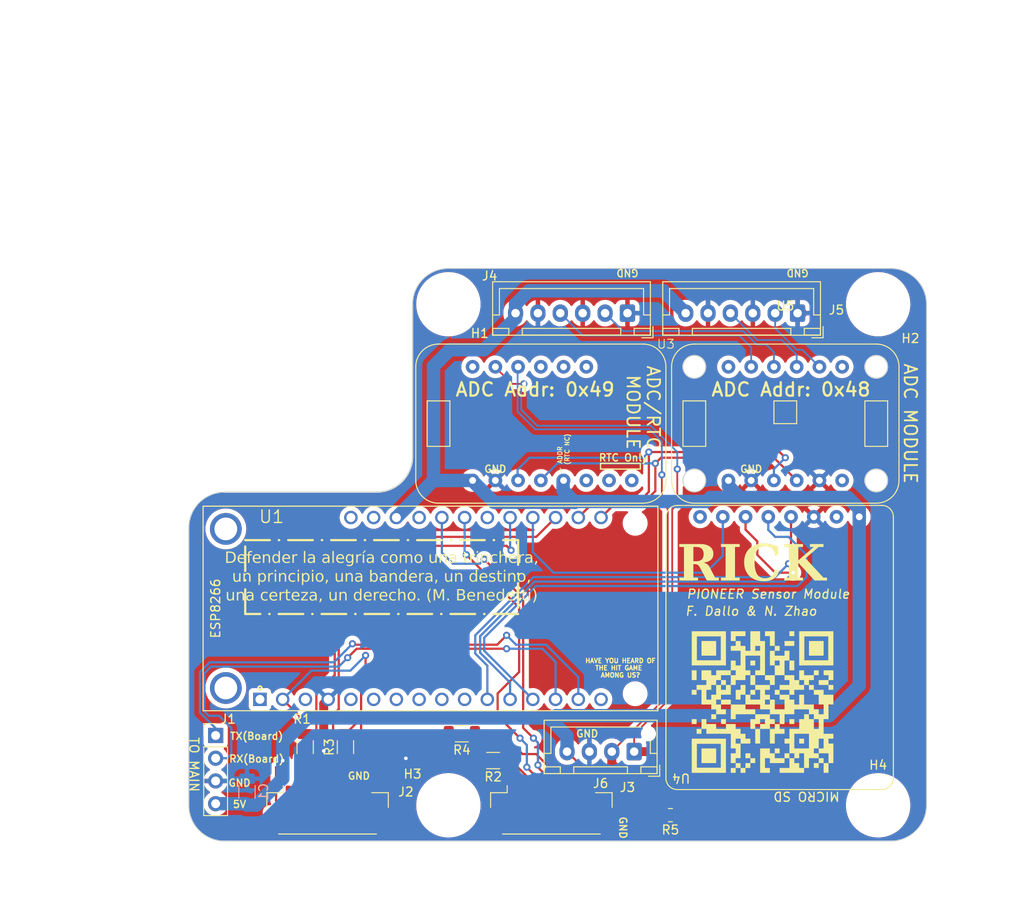
<source format=kicad_pcb>
(kicad_pcb (version 20221018) (generator pcbnew)
  (layers (0 "F.Cu" signal) (31 "B.Cu" signal) (34 "B.Paste" user) (35 "F.Paste" user) (36 "B.SilkS" user "B.Silkscreen") (37 "F.SilkS" user "F.Silkscreen") (38 "B.Mask" user) (39 "F.Mask" user) (44 "Edge.Cuts" user))
  (net 0 "")
  (net 1 "+5V")
  (net 2 "GND")
  (net 3 "/TX")
  (net 4 "/RX")
  (net 7 "/RST_1")
  (net 8 "/VTX_1")
  (net 9 "/VRX_1")
  (net 10 "/SC1")
  (net 13 "/RST_2")
  (net 14 "/SC2")
  (net 15 "/A2N")
  (net 16 "/A2P")
  (net 17 "/A1N")
  (net 18 "/A1P")
  (net 19 "/CS1")
  (net 21 "/A3N")
  (net 22 "/A3P")
  (net 23 "+3V3")
  (net 26 "/SCK")
  (net 27 "/MOSI")
  (net 28 "/MISO")
  (net 35 "/SCL")
  (net 36 "/SDA")
  (net 41 "/VRX_2")
  (net 42 "/VTX_2")
  (footprint "Resistor_SMD:R_1206_3216Metric" (layer "F.Cu") (at 55 131 180)
    (fp_text reference "R2" (at 0 -1.82) (layer "F.SilkS"))
    (fp_text value "R10k")
    (pad "1" smd roundrect (at -1.4625 0 180) (size 1.125 1.75) (layers "F.Cu" "F.Paste" "F.Mask") (roundrect_rratio 0.2222222222) (net 13 "/RST_2"))
    (pad "2" smd roundrect (at 1.4625 0 180) (size 1.125 1.75) (layers "F.Cu" "F.Paste" "F.Mask") (roundrect_rratio 0.2222222222) (net 23 "+3V3"))
  )
  (footprint "Adafruit_Sensors:4Channel ADC Breakout" (layer "F.Cu") (at 87.63 84.455)
    (fp_text reference "U5" (at 0 -4.27 unlocked) (layer "F.SilkS"))
    (fp_text value "4Channel_ADC_Breakout")
    (fp_circle (center -10.16 2.54) (end -10.16 1.27) (stroke (width 0.12)) (fill none) (layer "Edge.Cuts"))
    (fp_circle (center -10.16 15.24) (end -10.16 13.97) (stroke (width 0.12)) (fill none) (layer "Edge.Cuts"))
    (fp_circle (center 10.16 2.54) (end 10.16 3.81) (stroke (width 0.12)) (fill none) (layer "Edge.Cuts"))
    (fp_circle (center 10.16 15.24) (end 10.16 13.97) (stroke (width 0.12)) (fill none) (layer "Edge.Cuts"))
    (pad "A+" thru_hole circle (at -6.35 2.54) (size 1.524 1.524) (drill 0.762) (layers "*.Cu" "*.Mask"))
    (pad "A-" thru_hole circle (at 6.35 2.54) (size 1.524 1.524) (drill 0.762) (layers "*.Cu" "*.Mask"))
    (pad "A0" thru_hole circle (at 3.81 2.54) (size 1.524 1.524) (drill 0.762) (layers "*.Cu" "*.Mask") (net 15 "/A2N"))
    (pad "A1" thru_hole circle (at 1.27 2.54) (size 1.524 1.524) (drill 0.762) (layers "*.Cu" "*.Mask") (net 16 "/A2P"))
    (pad "A2" thru_hole circle (at -1.27 2.54) (size 1.524 1.524) (drill 0.762) (layers "*.Cu" "*.Mask") (net 17 "/A1N"))
    (pad "A3" thru_hole circle (at -3.81 2.54) (size 1.524 1.524) (drill 0.762) (layers "*.Cu" "*.Mask") (net 18 "/A1P"))
    (pad "ADDR" thru_hole circle (at 3.81 15.24) (size 1.524 1.524) (drill 0.762) (layers "*.Cu" "*.Mask") (net 2 "GND"))
    (pad "ALRT" thru_hole circle (at 6.35 15.24) (size 1.524 1.524) (drill 0.762) (layers "*.Cu" "*.Mask"))
    (pad "GND" thru_hole circle (at -3.81 15.24) (size 1.524 1.524) (drill 0.762) (layers "*.Cu" "*.Mask") (net 2 "GND"))
    (pad "SCL" thru_hole circle (at -1.27 15.24) (size 1.524 1.524) (drill 0.762) (layers "*.Cu" "*.Mask") (net 35 "/SCL"))
    (pad "SDA" thru_hole circle (at 1.27 15.24) (size 1.524 1.524) (drill 0.762) (layers "*.Cu" "*.Mask") (net 36 "/SDA"))
    (pad "VIN" thru_hole circle (at -6.35 15.24) (size 1.524 1.524) (drill 0.762) (layers "*.Cu" "*.Mask") (net 1 "+5V"))
  )
  (footprint "Resistor_SMD:R_1206_3216Metric" (layer "F.Cu") (at 38.5 129.5 90)
    (fp_text reference "R3" (at 0 -1.82 90) (layer "F.SilkS"))
    (fp_text value "R10k")
    (pad "1" smd roundrect (at -1.4625 0 90) (size 1.125 1.75) (layers "F.Cu" "F.Paste" "F.Mask") (roundrect_rratio 0.2222222222) (net 10 "/SC1"))
    (pad "2" smd roundrect (at 1.4625 0 90) (size 1.125 1.75) (layers "F.Cu" "F.Paste" "F.Mask") (roundrect_rratio 0.2222222222) (net 23 "+3V3"))
  )
  (footprint "LOGO" (layer "F.Cu") (at 85.09 124.46)
    (fp_text reference "G***" hide)
    (fp_text value "LOGO" hide)
  )
  (footprint "Connector_PinHeader_2.54mm:PinHeader_1x04_P2.54mm_Vertical" (layer "F.Cu") (at 24 128.2)
    (fp_text reference "J1" (at 1.4 -1.835) (layer "F.SilkS"))
    (fp_text value "Controller Connector")
    (pad "1" thru_hole rect (at 0 0) (size 1.7 1.7) (drill 1) (layers "*.Cu" "*.Mask") (net 3 "/TX"))
    (pad "2" thru_hole oval (at 0 2.54) (size 1.7 1.7) (drill 1) (layers "*.Cu" "*.Mask") (net 4 "/RX"))
    (pad "3" thru_hole oval (at 0 5.08) (size 1.7 1.7) (drill 1) (layers "*.Cu" "*.Mask") (net 2 "GND"))
    (pad "4" thru_hole oval (at 0 7.62) (size 1.7 1.7) (drill 1) (layers "*.Cu" "*.Mask") (net 1 "+5V"))
  )
  (footprint "Resistor_SMD:R_0805_2012Metric" (layer "F.Cu") (at 74.8 137.1 180)
    (fp_text reference "R5" (at 0 -1.65) (layer "F.SilkS"))
    (fp_text value "250R")
    (pad "1" smd roundrect (at -0.9125 0 180) (size 1.025 1.4) (layers "F.Cu" "F.Paste" "F.Mask") (roundrect_rratio 0.243902439) (net 22 "/A3P"))
    (pad "2" smd roundrect (at 0.9125 0 180) (size 1.025 1.4) (layers "F.Cu" "F.Paste" "F.Mask") (roundrect_rratio 0.243902439) (net 21 "/A3N"))
  )
  (footprint "Connector_JST:JST_XH_B6B-XH-A_1x06_P2.50mm_Vertical" (layer "F.Cu") (at 70 81 180)
    (fp_text reference "J4" (at 15.39 4.165 180) (layer "F.SilkS"))
    (fp_text value "Conn_01x06")
    (pad "1" thru_hole roundrect (at 0 0 180) (size 1.7 1.95) (drill 0.95) (layers "*.Cu" "*.Mask") (roundrect_rratio 0.147059) (net 2 "GND"))
    (pad "2" thru_hole oval (at 2.5 0 180) (size 1.7 1.95) (drill 0.95) (layers "*.Cu" "*.Mask") (net 17 "/A1N"))
    (pad "3" thru_hole oval (at 5 0 180) (size 1.7 1.95) (drill 0.95) (layers "*.Cu" "*.Mask") (net 2 "GND"))
    (pad "4" thru_hole oval (at 7.5 0 180) (size 1.7 1.95) (drill 0.95) (layers "*.Cu" "*.Mask") (net 18 "/A1P"))
    (pad "5" thru_hole oval (at 10 0 180) (size 1.7 1.95) (drill 0.95) (layers "*.Cu" "*.Mask") (net 2 "GND"))
    (pad "6" thru_hole oval (at 12.5 0 180) (size 1.7 1.95) (drill 0.95) (layers "*.Cu" "*.Mask") (net 1 "+5V"))
  )
  (footprint "MountingHole:MountingHole_3.2mm_M3" (layer "F.Cu") (at 50 136)
    (fp_text reference "H3" (at -4 -3.5) (layer "F.SilkS"))
    (fp_text value "MountingHole_3.2mm_M3")
    (pad "" np_thru_hole circle locked (at 0 0) (size 3.2 3.2) (drill 3.2) (layers "F&B.Cu" "*.Mask") (clearance 2))
  )
  (footprint "Connector_JST:JST_XH_B6B-XH-A_1x06_P2.50mm_Vertical" (layer "F.Cu") (at 89 81 180)
    (fp_text reference "J5" (at -4.345 0.355 180) (layer "F.SilkS"))
    (fp_text value "Conn_01x06")
    (pad "1" thru_hole roundrect (at 0 0 180) (size 1.7 1.95) (drill 0.95) (layers "*.Cu" "*.Mask") (roundrect_rratio 0.147059) (net 2 "GND"))
    (pad "2" thru_hole oval (at 2.5 0 180) (size 1.7 1.95) (drill 0.95) (layers "*.Cu" "*.Mask") (net 15 "/A2N"))
    (pad "3" thru_hole oval (at 5 0 180) (size 1.7 1.95) (drill 0.95) (layers "*.Cu" "*.Mask") (net 2 "GND"))
    (pad "4" thru_hole oval (at 7.5 0 180) (size 1.7 1.95) (drill 0.95) (layers "*.Cu" "*.Mask") (net 16 "/A2P"))
    (pad "5" thru_hole oval (at 10 0 180) (size 1.7 1.95) (drill 0.95) (layers "*.Cu" "*.Mask") (net 2 "GND"))
    (pad "6" thru_hole oval (at 12.5 0 180) (size 1.7 1.95) (drill 0.95) (layers "*.Cu" "*.Mask") (net 1 "+5V"))
  )
  (footprint "Connector_Molex:Molex_CLIK-Mate_502386-0870_1x08-1MP_P1.25mm_Horizontal" (layer "F.Cu") (at 36.5 136.5)
    (fp_text reference "J2" (at 8.75 -2) (layer "F.SilkS"))
    (fp_text value "Conn_01x08")
    (pad "1" smd roundrect (at -4.375 -1.85) (size 0.6 1.7) (layers "F.Cu" "F.Paste" "F.Mask"))
    (pad "2" smd roundrect (at -3.125 -1.85) (size 0.6 1.7) (layers "F.Cu" "F.Paste" "F.Mask"))
    (pad "3" smd roundrect (at -1.875 -1.85) (size 0.6 1.7) (layers "F.Cu" "F.Paste" "F.Mask") (net 7 "/RST_1"))
    (pad "4" smd roundrect (at -0.625 -1.85) (size 0.6 1.7) (layers "F.Cu" "F.Paste" "F.Mask") (net 8 "/VTX_1"))
    (pad "5" smd roundrect (at 0.625 -1.85) (size 0.6 1.7) (layers "F.Cu" "F.Paste" "F.Mask") (net 9 "/VRX_1"))
    (pad "6" smd roundrect (at 1.875 -1.85) (size 0.6 1.7) (layers "F.Cu" "F.Paste" "F.Mask") (net 10 "/SC1"))
    (pad "7" smd roundrect (at 3.125 -1.85) (size 0.6 1.7) (layers "F.Cu" "F.Paste" "F.Mask") (net 2 "GND"))
    (pad "8" smd roundrect (at 4.375 -1.85) (size 0.6 1.7) (layers "F.Cu" "F.Paste" "F.Mask") (net 1 "+5V"))
    (pad "MP" smd roundrect (at -6.225 1.35) (size 1 2.7) (layers "F.Cu" "F.Paste" "F.Mask"))
    (pad "MP" smd roundrect (at 6.225 1.35) (size 1 2.7) (layers "F.Cu" "F.Paste" "F.Mask"))
  )
  (footprint "MountingHole:MountingHole_3.2mm_M3" (layer "F.Cu") (at 98 136)
    (fp_text reference "H4" (at 0 -4.5) (layer "F.SilkS"))
    (fp_text value "MountingHole_3.2mm_M3")
    (pad "" np_thru_hole circle locked (at 0 0) (size 3.2 3.2) (drill 3.2) (layers "F&B.Cu" "*.Mask") (clearance 2))
  )
  (footprint "MountingHole:MountingHole_3.2mm_M3" (layer "F.Cu") (at 98 80)
    (fp_text reference "H2" (at 3.6 3.82) (layer "F.SilkS"))
    (fp_text value "MountingHole_3.2mm_M3")
    (pad "" np_thru_hole circle locked (at 0 0) (size 3.2 3.2) (drill 3.2) (layers "F&B.Cu" "*.Mask") (clearance 2))
  )
  (footprint "Connector_Molex:Molex_CLIK-Mate_502386-0870_1x08-1MP_P1.25mm_Horizontal" (layer "F.Cu") (at 61.5 136.5)
    (fp_text reference "J3" (at 8.5 -2.5) (layer "F.SilkS"))
    (fp_text value "Conn_01x08")
    (pad "1" smd roundrect (at -4.375 -1.85) (size 0.6 1.7) (layers "F.Cu" "F.Paste" "F.Mask"))
    (pad "2" smd roundrect (at -3.125 -1.85) (size 0.6 1.7) (layers "F.Cu" "F.Paste" "F.Mask"))
    (pad "3" smd roundrect (at -1.875 -1.85) (size 0.6 1.7) (layers "F.Cu" "F.Paste" "F.Mask") (net 13 "/RST_2"))
    (pad "4" smd roundrect (at -0.625 -1.85) (size 0.6 1.7) (layers "F.Cu" "F.Paste" "F.Mask") (net 42 "/VTX_2"))
    (pad "5" smd roundrect (at 0.625 -1.85) (size 0.6 1.7) (layers "F.Cu" "F.Paste" "F.Mask") (net 41 "/VRX_2"))
    (pad "6" smd roundrect (at 1.875 -1.85) (size 0.6 1.7) (layers "F.Cu" "F.Paste" "F.Mask") (net 14 "/SC2"))
    (pad "7" smd roundrect (at 3.125 -1.85) (size 0.6 1.7) (layers "F.Cu" "F.Paste" "F.Mask") (net 2 "GND"))
    (pad "8" smd roundrect (at 4.375 -1.85) (size 0.6 1.7) (layers "F.Cu" "F.Paste" "F.Mask") (net 1 "+5V"))
    (pad "MP" smd roundrect (at -6.225 1.35) (size 1 2.7) (layers "F.Cu" "F.Paste" "F.Mask"))
    (pad "MP" smd roundrect (at 6.225 1.35) (size 1 2.7) (layers "F.Cu" "F.Paste" "F.Mask"))
  )
  (footprint "Connector_JST:JST_XH_B4B-XH-AM_1x04_P2.50mm_Vertical" (layer "F.Cu") (at 70.75 130 180)
    (fp_text reference "J6" (at 3.75 -3.55 180) (layer "F.SilkS"))
    (fp_text value "Conn_01x04")
    (pad "" np_thru_hole circle (at -1.6 2 180) (size 1.2 1.2) (drill 1.2) (layers "*.Cu" "*.Mask"))
    (pad "1" thru_hole roundrect (at 0 0 180) (size 1.7 1.95) (drill 0.95) (layers "*.Cu" "*.Mask") (roundrect_rratio 0.147059) (net 22 "/A3P"))
    (pad "2" thru_hole oval (at 2.5 0 180) (size 1.7 1.95) (drill 0.95) (layers "*.Cu" "*.Mask") (net 21 "/A3N"))
    (pad "3" thru_hole oval (at 5 0 180) (size 1.7 1.95) (drill 0.95) (layers "*.Cu" "*.Mask") (net 2 "GND"))
    (pad "4" thru_hole oval (at 7.5 0 180) (size 1.7 1.95) (drill 0.95) (layers "*.Cu" "*.Mask") (net 1 "+5V"))
  )
  (footprint "MountingHole:MountingHole_3.2mm_M3" (layer "F.Cu") (at 50 80)
    (fp_text reference "H1" (at 3.5 3.25) (layer "F.SilkS"))
    (fp_text value "MountingHole_3.2mm_M3")
    (pad "" np_thru_hole circle locked (at 0 0) (size 3.2 3.2) (drill 3.2) (layers "F&B.Cu" "*.Mask") (clearance 2))
  )
  (footprint "Resistor_SMD:R_1206_3216Metric" (layer "F.Cu") (at 34 129.5 90)
    (fp_text reference "R1" (at 3.135 -0.345 180) (layer "F.SilkS"))
    (fp_text value "R10k")
    (pad "1" smd roundrect (at -1.4625 0 90) (size 1.125 1.75) (layers "F.Cu" "F.Paste" "F.Mask") (roundrect_rratio 0.2222222222) (net 7 "/RST_1"))
    (pad "2" smd roundrect (at 1.4625 0 90) (size 1.125 1.75) (layers "F.Cu" "F.Paste" "F.Mask") (roundrect_rratio 0.2222222222) (net 23 "+3V3"))
  )
  (footprint "Adafruit Feather ESP8266:XCVR_Adafruit Feather ESP8266" (layer "F.Cu") (at 48 114)
    (fp_text reference "U1" (at -17.75 -10.25) (layer "F.SilkS") (effects (font (size 1.402945 1.402945))))
    (fp_text value "2821")
    (pad "" np_thru_hole circle (at 22.86 -9.525) (size 2.286 2.286) (drill 2.286) (layers "*.Cu" "*.Mask"))
    (pad "" np_thru_hole circle (at 22.86 9.525) (size 2.286 2.286) (drill 2.286) (layers "*.Cu" "*.Mask"))
    (pad "1" thru_hole rect (at -19.05 10.16) (size 1.508 1.508) (drill 1) (layers "*.Cu" "*.Mask"))
    (pad "2" thru_hole circle (at -16.51 10.16) (size 1.508 1.508) (drill 1) (layers "*.Cu" "*.Mask") (net 23 "+3V3"))
    (pad "3" thru_hole circle (at -13.97 10.16) (size 1.508 1.508) (drill 1) (layers "*.Cu" "*.Mask"))
    (pad "4" thru_hole circle (at -11.43 10.16) (size 1.508 1.508) (drill 1) (layers "*.Cu" "*.Mask") (net 2 "GND"))
    (pad "5" thru_hole circle (at -8.89 10.16) (size 1.508 1.508) (drill 1) (layers "*.Cu" "*.Mask"))
    (pad "6" thru_hole circle (at -6.35 10.16) (size 1.508 1.508) (drill 1) (layers "*.Cu" "*.Mask"))
    (pad "7" thru_hole circle (at -3.81 10.16) (size 1.508 1.508) (drill 1) (layers "*.Cu" "*.Mask"))
    (pad "8" thru_hole circle (at -1.27 10.16) (size 1.508 1.508) (drill 1) (layers "*.Cu" "*.Mask"))
    (pad "9" thru_hole circle (at 1.27 10.16) (size 1.508 1.508) (drill 1) (layers "*.Cu" "*.Mask"))
    (pad "10" thru_hole circle (at 3.81 10.16) (size 1.508 1.508) (drill 1) (layers "*.Cu" "*.Mask"))
    (pad "11" thru_hole circle (at 6.35 10.16) (size 1.508 1.508) (drill 1) (layers "*.Cu" "*.Mask") (net 26 "/SCK"))
    (pad "12" thru_hole circle (at 8.89 10.16) (size 1.508 1.508) (drill 1) (layers "*.Cu" "*.Mask") (net 27 "/MOSI"))
    (pad "13" thru_hole circle (at 11.43 10.16) (size 1.508 1.508) (drill 1) (layers "*.Cu" "*.Mask") (net 28 "/MISO"))
    (pad "14" thru_hole circle (at 13.97 10.16) (size 1.508 1.508) (drill 1) (layers "*.Cu" "*.Mask") (net 4 "/RX"))
    (pad "15" thru_hole circle (at 16.51 10.16) (size 1.508 1.508) (drill 1) (layers "*.Cu" "*.Mask") (net 3 "/TX"))
    (pad "16" thru_hole circle (at 19.05 10.16) (size 1.508 1.508) (drill 1) (layers "*.Cu" "*.Mask"))
    (pad "17" thru_hole circle (at -8.89 -10.16) (size 1.508 1.508) (drill 1) (layers "*.Cu" "*.Mask"))
    (pad "18" thru_hole circle (at -6.35 -10.16) (size 1.508 1.508) (drill 1) (layers "*.Cu" "*.Mask"))
    (pad "19" thru_hole circle (at -3.81 -10.16) (size 1.508 1.508) (drill 1) (layers "*.Cu" "*.Mask") (net 1 "+5V"))
    (pad "20" thru_hole circle (at -1.27 -10.16) (size 1.508 1.508) (drill 1) (layers "*.Cu" "*.Mask"))
    (pad "21" thru_hole circle (at 1.27 -10.16) (size 1.508 1.508) (drill 1) (layers "*.Cu" "*.Mask") (net 41 "/VRX_2"))
    (pad "22" thru_hole circle (at 3.81 -10.16) (size 1.508 1.508) (drill 1) (layers "*.Cu" "*.Mask") (net 42 "/VTX_2"))
    (pad "23" thru_hole circle (at 6.35 -10.16) (size 1.508 1.508) (drill 1) (layers "*.Cu" "*.Mask"))
    (pad "24" thru_hole circle (at 8.89 -10.16) (size 1.508 1.508) (drill 1) (layers "*.Cu" "*.Mask") (net 9 "/VRX_1"))
    (pad "25" thru_hole circle (at 11.43 -10.16) (size 1.508 1.508) (drill 1) (layers "*.Cu" "*.Mask") (net 19 "/CS1"))
    (pad "26" thru_hole circle (at 13.97 -10.16) (size 1.508 1.508) (drill 1) (layers "*.Cu" "*.Mask") (net 8 "/VTX_1"))
    (pad "27" thru_hole circle (at 16.51 -10.16) (size 1.508 1.508) (drill 1) (layers "*.Cu" "*.Mask") (net 35 "/SCL"))
    (pad "28" thru_hole circle (at 19.05 -10.16) (size 1.508 1.508) (drill 1) (layers "*.Cu" "*.Mask") (net 36 "/SDA"))
    (pad "S1" thru_hole circle (at -22.86 8.89) (size 3.556 3.556) (drill 2.54) (layers "*.Cu" "*.Mask"))
    (pad "S2" thru_hole circle (at -22.86 -8.89) (size 3.556 3.556) (drill 2.54) (layers "*.Cu" "*.Mask"))
  )
  (footprint "Adafruit_Sensors:MicroSD_Breakout" (layer "F.Cu") (at 87 139.32 180)
    (fp_text reference "U4" (at 11 6.35 180 unlocked) (layer "F.SilkS"))
    (fp_text value "MicroSD_Breakout")
    (pad "3.3V" thru_hole circle (at -6.35 35.56 180) (size 1.524 1.524) (drill 0.762) (layers "*.Cu" "*.Mask"))
    (pad "5V" thru_hole circle (at -8.89 35.56 180) (size 1.524 1.524) (drill 0.762) (layers "*.Cu" "*.Mask") (net 1 "+5V"))
    (pad "CD" thru_hole circle (at 8.89 35.56 180) (size 1.524 1.524) (drill 0.762) (layers "*.Cu" "*.Mask"))
    (pad "CLK" thru_hole circle (at -1.27 35.56 180) (size 1.524 1.524) (drill 0.762) (layers "*.Cu" "*.Mask") (net 26 "/SCK"))
    (pad "CS" thru_hole circle (at 6.35 35.56 180) (size 1.524 1.524) (drill 0.762) (layers "*.Cu" "*.Mask") (net 19 "/CS1"))
    (pad "DI" thru_hole circle (at 3.81 35.56 180) (size 1.524 1.524) (drill 0.762) (layers "*.Cu" "*.Mask") (net 27 "/MOSI"))
    (pad "DO" thru_hole circle (at 1.27 35.56 180) (size 1.524 1.524) (drill 0.762) (layers "*.Cu" "*.Mask") (net 28 "/MISO"))
    (pad "GND" thru_hole circle (at -3.81 35.56 180) (size 1.524 1.524) (drill 0.762) (layers "*.Cu" "*.Mask") (net 2 "GND"))
  )
  (footprint "Adafruit_Sensors:ADCRTC_Dual" (layer "F.Cu") (at 61.595 99.695)
    (fp_text reference "U3" (at 12.7 -15.24 unlocked) (layer "F.SilkS") (effects (font (thickness 0.1))))
    (fp_text value "~")
    (pad "32K" thru_hole circle (at 3.81 0) (size 1.524 1.524) (drill 0.762) (layers "*.Cu" "*.Mask"))
    (pad "A+" thru_hole circle (at -8.89 -12.7) (size 1.524 1.524) (drill 0.762) (layers "*.Cu" "*.Mask"))
    (pad "A-" thru_hole circle (at 3.81 -12.7) (size 1.524 1.524) (drill 0.762) (layers "*.Cu" "*.Mask"))
    (pad "A0" thru_hole circle (at 1.27 -12.7) (size 1.524 1.524) (drill 0.762) (layers "*.Cu" "*.Mask"))
    (pad "A1" thru_hole circle (at -1.27 -12.7) (size 1.524 1.524) (drill 0.762) (layers "*.Cu" "*.Mask"))
    (pad "A2" thru_hole circle (at -3.81 -12.7) (size 1.524 1.524) (drill 0.762) (layers "*.Cu" "*.Mask") (net 21 "/A3N"))
    (pad "A3" thru_hole circle (at -6.35 -12.7) (size 1.524 1.524) (drill 0.762) (layers "*.Cu" "*.Mask") (net 22 "/A3P"))
    (pad "ADDR" thru_hole circle (at 1.27 0) (size 1.524 1.524) (drill 0.762) (layers "*.Cu" "*.Mask") (net 1 "+5V"))
    (pad "GND" thru_hole circle (at -6.35 0) (size 1.524 1.524) (drill 0.762) (layers "*.Cu" "*.Mask") (net 2 "GND"))
    (pad "RST" thru_hole circle (at 8.89 0) (size 1.524 1.524) (drill 0.762) (layers "*.Cu" "*.Mask"))
    (pad "SCL" thru_hole circle (at -3.81 0) (size 1.524 1.524) (drill 0.762) (layers "*.Cu" "*.Mask") (net 35 "/SCL"))
    (pad "SDA" thru_hole circle (at -1.27 0) (size 1.524 1.524) (drill 0.762) (layers "*.Cu" "*.Mask") (net 36 "/SDA"))
    (pad "SQW" thru_hole circle (at 6.35 0) (size 1.524 1.524) (drill 0.762) (layers "*.Cu" "*.Mask"))
    (pad "VIN" thru_hole circle (at -8.89 0) (size 1.524 1.524) (drill 0.762) (layers "*.Cu" "*.Mask") (net 1 "+5V"))
  )
  (footprint "Resistor_SMD:R_1206_3216Metric" (layer "F.Cu") (at 51.5 128 180)
    (fp_text reference "R4" (at 0 -1.82) (layer "F.SilkS"))
    (fp_text value "R10k")
    (pad "1" smd roundrect (at -1.4625 0 180) (size 1.125 1.75) (layers "F.Cu" "F.Paste" "F.Mask") (roundrect_rratio 0.2222222222) (net 14 "/SC2"))
    (pad "2" smd roundrect (at 1.4625 0 180) (size 1.125 1.75) (layers "F.Cu" "F.Paste" "F.Mask") (roundrect_rratio 0.2222222222) (net 23 "+3V3"))
  )
  (footprint "Capacitor_SMD:C_1206_3216Metric" (layer "B.Cu") (at 27.5 134.5 90)
    (fp_text reference "C1" (at 0 1.85 90) (layer "B.SilkS") (effects (justify mirror)))
    (fp_text value "22uF")
    (pad "1" smd roundrect (at -1.475 0 90) (size 1.15 1.8) (layers "B.Cu" "B.Paste" "B.Mask") (roundrect_rratio 0.2173913043) (net 1 "+5V"))
    (pad "2" smd roundrect (at 1.475 0 90) (size 1.15 1.8) (layers "B.Cu" "B.Paste" "B.Mask") (roundrect_rratio 0.2173913043) (net 2 "GND"))
  )
  (gr_rect (start 66.9925 97.79) (end 71.4375 98.425) (stroke (width 0.15)) (fill none) (layer "F.SilkS"))
  (gr_rect (start 27.305 106.3625) (end 57.785 114.6175) (stroke (width 0.25) (type dash_dot)) (fill none) (layer "F.SilkS"))
  (gr_line (start 46 80) (end 46 97) (stroke (width 0.15)) (layer "Edge.Cuts"))
  (gr_line (start 50 76) (end 99.406573 76) (stroke (width 0.1)) (layer "Edge.Cuts"))
  (gr_arc (start 25 140) (mid 22.171573 138.828427) (end 21 136) (stroke (width 0.1)) (layer "Edge.Cuts"))
  (gr_arc (start 46 97) (mid 44.828427 99.828427) (end 42 101) (stroke (width 0.15)) (layer "Edge.Cuts"))
  (gr_line (start 103.406573 80) (end 103.406573 136) (stroke (width 0.1)) (layer "Edge.Cuts"))
  (gr_line (start 42 101) (end 25 101) (stroke (width 0.15)) (layer "Edge.Cuts"))
  (gr_arc (start 46 80) (mid 47.171573 77.171573) (end 50 76) (stroke (width 0.1)) (layer "Edge.Cuts"))
  (gr_arc (start 21 105) (mid 22.171573 102.171573) (end 25 101) (stroke (width 0.1)) (layer "Edge.Cuts"))
  (gr_line (start 99.406573 140) (end 25 140) (stroke (width 0.1)) (layer "Edge.Cuts"))
  (gr_arc (start 99.406573 76) (mid 102.235 77.171573) (end 103.406573 80) (stroke (width 0.1)) (layer "Edge.Cuts"))
  (gr_line (start 21 136) (end 21 105) (stroke (width 0.1)) (layer "Edge.Cuts"))
  (gr_arc (start 103.406573 136) (mid 102.235 138.828427) (end 99.406573 140) (stroke (width 0.1)) (layer "Edge.Cuts"))
  (gr_text "ADC MODULE" (at 101.6 93.345 270) (layer "F.SilkS") (effects (font (size 1.4 1.4) (thickness 0.2))))
  (gr_text "HAVE YOU HEARD OF\nTHE HIT GAME \nAMONG US?" (at 69.215 120.65) (layer "F.SilkS") (effects (font (size 0.5 0.5) (thickness 0.125))))
  (gr_text "Defender la alegría como una trinchera,\nun principio, una bandera, un destino,\nuna certeza, un derecho. (M. Benedetti)" (at 42.545 110.49) (layer "F.SilkS") (effects (font (size 1.25 1.25) (thickness 0.2))))
  (gr_text "5V" (at 26.67 135.89) (layer "F.SilkS") (effects (font (size 0.8 0.8))))
  (gr_text "RX(Board)" (at 28.575 130.81) (layer "F.SilkS") (effects (font (size 0.8 0.8))))
  (gr_text "F. Dallo & N. Zhao" (at 83.82 114.3) (layer "F.SilkS") (effects (font (size 1 1) (thickness 0.15) italic)))
  (gr_text "- ADDR \n     (RTC NC)" (at 62.865 97.155 90) (layer "F.SilkS") (effects (font (size 0.5 0.5) (thickness 0.1) bold)))
  (gr_text "ADC Addr: 0x48" (at 88.265 89.535) (layer "F.SilkS") (effects (font (size 1.5 1.5) (thickness 0.25) bold)))
  (gr_text "TO MAIN" (at 21.59 131.445 270) (layer "F.SilkS") (effects (font (size 1 1))))
  (gr_text "GND" (at 40.005 132.715) (layer "F.SilkS") (effects (font (size 0.8 0.8))))
  (gr_text "GND" (at 83.82 98.425) (layer "F.SilkS") (effects (font (size 0.8 0.8))))
  (gr_text "ADC/RTC \nMODULE" (at 71.755 92.075 270) (layer "F.SilkS") (effects (font (size 1.4 1.4) (thickness 0.2))))
  (gr_text "GND" (at 70 76.5 180) (layer "F.SilkS") (effects (font (size 0.8 0.8))))
  (gr_text "TX(Board)" (at 28.575 128.27) (layer "F.SilkS") (effects (font (size 0.8 0.8))))
  (gr_text "MICRO SD" (at 90 135 180) (layer "F.SilkS") (effects (font (size 1 1))))
  (gr_text "ESP8266" (at 24 114 90) (layer "F.SilkS") (effects (font (size 1 1))))
  (gr_text "RICK" (at 83.82 109.22) (layer "F.SilkS") (effects (font (size 4 4) (thickness 0.75) bold)))
  (gr_text "GND" (at 55.245 98.425) (layer "F.SilkS") (effects (font (size 0.8 0.8))))
  (gr_text "GND" (at 26.67 133.5) (layer "F.SilkS") (effects (font (size 0.8 0.8))))
  (gr_text "GND" (at 69.5 138.5 270) (layer "F.SilkS") (effects (font (size 0.8 0.8))))
  (gr_text "GND" (at 89 76.5 180) (layer "F.SilkS") (effects (font (size 0.8 0.8))))
  (gr_text "RTC Only" (at 69.5325 97.155) (layer "F.SilkS") (effects (font (size 0.8 0.8))))
  (gr_text "GND" (at 65.5 128) (layer "F.SilkS") (effects (font (size 0.8 0.8))))
  (gr_text "PIONEER Sensor Module" (at 85.725 112.395) (layer "F.SilkS") (effects (font (size 1 1) (thickness 0.15) italic)))
  (gr_text "ADC Addr: 0x49" (at 59.69 89.535) (layer "F.SilkS") (effects (font (size 1.5 1.5) (thickness 0.25) bold)))
  (segment (start 40.875 135.875) (end 39.75 137) (width 0.25) (layer "F.Cu") (net 1))
  (segment (start 40.875 134.65) (end 40.875 135.875) (width 0.25) (layer "F.Cu") (net 1))
  (segment (start 30.75 135.5) (end 30.75 131.75) (width 0.25) (layer "F.Cu") (net 1))
  (segment (start 39.75 137) (end 32.25 137) (width 0.25) (layer "F.Cu") (net 1))
  (segment (start 65.875 132.625) (end 63.25 130) (width 0.25) (layer "F.Cu") (net 1))
  (segment (start 32.25 137) (end 30.75 135.5) (width 0.25) (layer "F.Cu") (net 1))
  (segment (start 30.75 131.75) (end 31.5 131) (width 0.25) (layer "F.Cu") (net 1))
  (segment (start 65.875 134.65) (end 65.875 132.625) (width 0.25) (layer "F.Cu") (net 1))
  (via (at 31.5 131) (size 0.8) (drill 0.4) (layers "F.Cu" "B.Cu") (net 1))
  (segment (start 82.555 101.6) (end 82.55 101.6) (width 1.5) (layer "B.Cu") (net 1))
  (segment (start 28.525 135.975) (end 31.5 133) (width 1.5) (layer "B.Cu") (net 1))
  (segment (start 61.238 126.238) (end 61.5 126.5) (width 1.5) (layer "B.Cu") (net 1))
  (segment (start 81.28 100.33) (end 81.28 99.695) (width 1.5) (layer "B.Cu") (net 1))
  (segment (start 62.81 100.811) (end 62.81 99.695) (width 1.5) (layer "B.Cu") (net 1))
  (segment (start 52.65 99.695) (end 48.335 99.695) (width 1.5) (layer "B.Cu") (net 1))
  (segment (start 62.016 125.984) (end 61.5 126.5) (width 1.5) (layer "B.Cu") (net 1))
  (segment (start 63.25 128.25) (end 63.25 130) (width 1.5) (layer "B.Cu") (net 1))
  (segment (start 95.89 102.875) (end 94.615 101.6) (width 1.5) (layer "B.Cu") (net 1))
  (segment (start 55.091 102.136) (end 52.65 99.695) (width 1.5) (layer "B.Cu") (net 1))
  (segment (start 82.55 101.6) (end 81.28 100.33) (width 1.5) (layer "B.Cu") (net 1))
  (segment (start 34.262 126.238) (end 61.238 126.238) (width 1.5) (layer "B.Cu") (net 1))
  (segment (start 48.335 99.695) (end 48.335 86.92) (width 1.5) (layer "B.Cu") (net 1))
  (segment (start 57.5 80) (end 57.5 81) (width 1.5) (layer "B.Cu") (net 1))
  (segment (start 64.135 102.136) (end 55.091 102.136) (width 1.5) (layer "B.Cu") (net 1))
  (segment (start 95.89 122.61) (end 92.516 125.984) (width 1.5) (layer "B.Cu") (net 1))
  (segment (start 27.5 135.975) (end 28.525 135.975) (width 1.5) (layer "B.Cu") (net 1))
  (segment (start 78.819134 102.048) (end 64.223 102.048) (width 1.5) (layer "B.Cu") (net 1))
  (segment (start 53.975 85.09) (end 57.5 81.565) (width 1.5) (layer "B.Cu") (net 1))
  (segment (start 50.165 85.09) (end 53.975 85.09) (width 1.5) (layer "B.Cu") (net 1))
  (segment (start 48.335 99.695) (end 44.19 103.84) (width 1.5) (layer "B.Cu") (net 1))
  (segment (start 94.615 101.6) (end 82.555 101.6) (width 1.5) (layer "B.Cu") (net 1))
  (segment (start 82.555 101.6) (end 79.267134 101.6) (width 1.5) (layer "B.Cu") (net 1))
  (segment (start 31.5 133) (end 31.5 129) (width 1.5) (layer "B.Cu") (net 1))
  (segment (start 95.89 103.76) (end 95.89 102.875) (width 1.5) (layer "B.Cu") (net 1))
  (segment (start 64.223 102.048) (end 64.135 102.136) (width 1.5) (layer "B.Cu") (net 1))
  (segment (start 27.345 135.82) (end 27.5 135.975) (width 1.5) (layer "B.Cu") (net 1))
  (segment (start 24 135.82) (end 27.345 135.82) (width 1.5) (layer "B.Cu") (net 1))
  (segment (start 31.5 129) (end 34.262 126.238) (width 1.5) (layer "B.Cu") (net 1))
  (segment (start 57.5 81.565) (end 57.5 81) (width 1.5) (layer "B.Cu") (net 1))
  (segment (start 79.267134 101.6) (end 78.819134 102.048) (width 1.5) (layer "B.Cu") (net 1))
  (segment (start 95.89 103.76) (end 95.89 122.61) (width 1.5) (layer "B.Cu") (net 1))
  (segment (start 74 78.5) (end 59 78.5) (width 1.5) (layer "B.Cu") (net 1))
  (segment (start 48.335 86.92) (end 50.165 85.09) (width 1.5) (layer "B.Cu") (net 1))
  (segment (start 64.135 102.136) (end 62.81 100.811) (width 1.5) (layer "B.Cu") (net 1))
  (segment (start 92.516 125.984) (end 62.016 125.984) (width 1.5) (layer "B.Cu") (net 1))
  (segment (start 61.5 126.5) (end 63.25 128.25) (width 1.5) (layer "B.Cu") (net 1))
  (segment (start 76.5 81) (end 74 78.5) (width 1.5) (layer "B.Cu") (net 1))
  (segment (start 59 78.5) (end 57.5 80) (width 1.5) (layer "B.Cu") (net 1))
  (segment (start 36.57 124.16) (end 36.075 124.655) (width 1) (layer "F.Cu") (net 2))
  (segment (start 89 81) (end 89.255 81) (width 1.5) (layer "F.Cu") (net 2))
  (segment (start 45.25 130.75) (end 41.75 130.75) (width 0.25) (layer "F.Cu") (net 2))
  (segment (start 41.75 130.75) (end 39.625 132.875) (width 0.25) (layer "F.Cu") (net 2))
  (segment (start 36.075 124.655) (end 36.075 129.925) (width 1) (layer "F.Cu") (net 2))
  (segment (start 39.625 132.875) (end 39.625 134.65) (width 0.25) (layer "F.Cu") (net 2))
  (via (at 45.25 130.75) (size 0.8) (drill 0.4) (layers "F.Cu" "B.Cu") (net 2))
  (via (at 36.075 129.925) (size 0.8) (drill 0.4) (layers "F.Cu" "B.Cu") (net 2))
  (segment (start 36.075 129.925) (end 44.425 129.925) (width 1) (layer "B.Cu") (net 2))
  (segment (start 44.425 129.925) (end 45.25 130.75) (width 1) (layer "B.Cu") (net 2))
  (segment (start 55.45 118.05) (end 56.5 117) (width 0.25) (layer "F.Cu") (net 3))
  (segment (start 39.386106 118.05) (end 55.45 118.05) (width 0.25) (layer "F.Cu") (net 3))
  (segment (start 39.282566 117.94646) (end 39.386106 118.05) (width 0.25) (layer "F.Cu") (net 3))
  (via (at 39.282566 117.94646) (size 0.8) (drill 0.4) (layers "F.Cu" "B.Cu") (net 3))
  (via (at 56.5 117) (size 0.8) (drill 0.4) (layers "F.Cu" "B.Cu") (net 3))
  (segment (start 23.348604 120.015) (end 22.25 121.113604) (width 0.25) (layer "B.Cu") (net 3))
  (segment (start 38.449695 118.775) (end 38.025 119.199695) (width 0.25) (layer "B.Cu") (net 3))
  (segment (start 57.55 118.05) (end 56.5 117) (width 0.25) (layer "B.Cu") (net 3))
  (segment (start 39.282566 117.94646) (end 38.454026 118.775) (width 0.25) (layer "B.Cu") (net 3))
  (segment (start 64.51 124.16) (end 64.51 121.66) (width 0.25) (layer "B.Cu") (net 3))
  (segment (start 38.025 119.199695) (end 38.025 119.204026) (width 0.25) (layer "B.Cu") (net 3))
  (segment (start 24 127.388896) (end 24 128.2) (width 0.25) (layer "B.Cu") (net 3))
  (segment (start 22.25 125.638896) (end 24 127.388896) (width 0.25) (layer "B.Cu") (net 3))
  (segment (start 38.025 119.204026) (end 37.214026 120.015) (width 0.25) (layer "B.Cu") (net 3))
  (segment (start 60.9 118.05) (end 57.55 118.05) (width 0.25) (layer "B.Cu") (net 3))
  (segment (start 64.51 121.66) (end 60.9 118.05) (width 0.25) (layer "B.Cu") (net 3))
  (segment (start 22.25 121.113604) (end 22.25 125.638896) (width 0.25) (layer "B.Cu") (net 3))
  (segment (start 38.454026 118.775) (end 38.449695 118.775) (width 0.25) (layer "B.Cu") (net 3))
  (segment (start 37.214026 120.015) (end 23.348604 120.015) (width 0.25) (layer "B.Cu") (net 3))
  (segment (start 56.5 118.5) (end 39.75 118.5) (width 0.25) (layer "F.Cu") (net 4))
  (segment (start 39.75 118.5) (end 38.75 119.5) (width 0.25) (layer "F.Cu") (net 4))
  (via (at 38.75 119.5) (size 0.8) (drill 0.4) (layers "F.Cu" "B.Cu") (net 4))
  (via (at 56.5 118.5) (size 0.8) (drill 0.4) (layers "F.Cu" "B.Cu") (net 4))
  (segment (start 23.5 120.5) (end 22.75 121.25) (width 0.25) (layer "B.Cu") (net 4))
  (segment (start 38.75 119.5) (end 37.75 120.5) (width 0.25) (layer "B.Cu") (net 4))
  (segment (start 25.75 130.25) (end 25.26 130.74) (width 0.25) (layer "B.Cu") (net 4))
  (segment (start 61.97 119.97) (end 60.5 118.5) (width 0.25) (layer "B.Cu") (net 4))
  (segment (start 25.75 127.35) (end 25.75 130.25) (width 0.25) (layer "B.Cu") (net 4))
  (segment (start 23.2475 126) (end 24.4 126) (width 0.25) (layer "B.Cu") (net 4))
  (segment (start 25.26 130.74) (end 24 130.74) (width 0.25) (layer "B.Cu") (net 4))
  (segment (start 22.75 121.25) (end 22.75 125.5025) (width 0.25) (layer "B.Cu") (net 4))
  (segment (start 22.75 125.5025) (end 23.2475 126) (width 0.25) (layer "B.Cu") (net 4))
  (segment (start 24.4 126) (end 25.75 127.35) (width 0.25) (layer "B.Cu") (net 4))
  (segment (start 61.97 124.16) (end 61.97 119.97) (width 0.25) (layer "B.Cu") (net 4))
  (segment (start 60.5 118.5) (end 56.5 118.5) (width 0.25) (layer "B.Cu") (net 4))
  (segment (start 37.75 120.5) (end 23.5 120.5) (width 0.25) (layer "B.Cu") (net 4))
  (segment (start 34.625 131.5875) (end 34 130.9625) (width 0.25) (layer "F.Cu") (net 7))
  (segment (start 34.625 134.65) (end 34.625 131.5875) (width 0.25) (layer "F.Cu") (net 7))
  (segment (start 35.875 131.74) (end 35.25 131.115) (width 0.25) (layer "F.Cu") (net 8))
  (segment (start 35.25 123.5) (end 37.3 121.45) (width 0.25) (layer "F.Cu") (net 8))
  (segment (start 37.3 107.7) (end 39 106) (width 0.25) (layer "F.Cu") (net 8))
  (segment (start 59.81 106) (end 61.97 103.84) (width 0.25) (layer "F.Cu") (net 8))
  (segment (start 35.25 131.115) (end 35.25 123.5) (width 0.25) (layer "F.Cu") (net 8))
  (segment (start 35.875 134.65) (end 35.875 131.74) (width 0.25) (layer "F.Cu") (net 8))
  (segment (start 37.3 121.45) (end 37.3 107.7) (width 0.25) (layer "F.Cu") (net 8))
  (segment (start 39 106) (end 59.81 106) (width 0.25) (layer "F.Cu") (net 8))
  (segment (start 37.75 109.75) (end 40.5 107) (width 0.25) (layer "F.Cu") (net 9))
  (segment (start 40.5 107) (end 56.5 107) (width 0.25) (layer "F.Cu") (net 9))
  (segment (start 37.75 125.25) (end 37.75 109.75) (width 0.25) (layer "F.Cu") (net 9))
  (segment (start 56.5 107) (end 57 107.5) (width 0.25) (layer "F.Cu") (net 9))
  (segment (start 37.125 134.65) (end 37.125 125.875) (width 0.25) (layer "F.Cu") (net 9))
  (segment (start 37.125 125.875) (end 37.75 125.25) (width 0.25) (layer "F.Cu") (net 9))
  (via (at 57 107.5) (size 0.8) (drill 0.4) (layers "F.Cu" "B.Cu") (net 9))
  (segment (start 57 107.5) (end 56.89 107.39) (width 0.25) (layer "B.Cu") (net 9))
  (segment (start 56.89 107.39) (end 56.89 103.84) (width 0.25) (layer "B.Cu") (net 9))
  (segment (start 38.375 134.65) (end 38.375 131.0875) (width 0.25) (layer "F.Cu") (net 10))
  (segment (start 38.375 131.0875) (end 38.5 130.9625) (width 0.25) (layer "F.Cu") (net 10))
  (segment (start 59.625 134.65) (end 59.625 133.625) (width 0.25) (layer "F.Cu") (net 13))
  (segment (start 57 131) (end 56.4625 131) (width 0.25) (layer "F.Cu") (net 13))
  (segment (start 59.625 133.625) (end 57 131) (width 0.25) (layer "F.Cu") (net 13))
  (segment (start 63.375 133.86) (end 63.375 134.65) (width 0.25) (layer "F.Cu") (net 14))
  (segment (start 53.4625 128.5) (end 56.5 128.5) (width 0.25) (layer "F.Cu") (net 14))
  (segment (start 60.725 131.199695) (end 60.725 131.21) (width 0.25) (layer "F.Cu") (net 14))
  (segment (start 56.5 128.5) (end 58.275 130.275) (width 0.25) (layer "F.Cu") (net 14))
  (segment (start 58.275 130.275) (end 59.800305 130.275) (width 0.25) (layer "F.Cu") (net 14))
  (segment (start 52.9625 128) (end 53.4625 128.5) (width 0.25) (layer "F.Cu") (net 14))
  (segment (start 60.725 131.21) (end 63.375 133.86) (width 0.25) (layer "F.Cu") (net 14))
  (segment (start 59.800305 130.275) (end 60.725 131.199695) (width 0.25) (layer "F.Cu") (net 14))
  (segment (start 86.5 81) (end 86.5 82.69) (width 0.2) (layer "B.Cu") (net 15))
  (segment (start 86.5 82.69) (end 88.9 85.09) (width 0.2) (layer "B.Cu") (net 15))
  (segment (start 88.9 85.09) (end 89.535 85.09) (width 0.2) (layer "B.Cu") (net 15))
  (segment (start 89.535 85.09) (end 91.44 86.995) (width 0.2) (layer "B.Cu") (net 15))
  (segment (start 81.5 81) (end 84.5 84) (width 0.2) (layer "B.Cu") (net 16))
  (segment (start 88.9 85.655686) (end 88.9 86.995) (width 0.2) (layer "B.Cu") (net 16))
  (segment (start 84.5 84) (end 87.244314 84) (width 0.2) (layer "B.Cu") (net 16))
  (segment (start 87.244314 84) (end 88.9 85.655686) (width 0.2) (layer "B.Cu") (net 16))
  (segment (start 86.36 85.36) (end 86.36 86.995) (width 0.2) (layer "B.Cu") (net 17))
  (segment (start 69.5 83) (end 82.934314 83) (width 0.2) (layer "B.Cu") (net 17))
  (segment (start 84.434314 84.5) (end 85.5 84.5) (width 0.2) (layer "B.Cu") (net 17))
  (segment (start 82.934314 83) (end 84.434314 84.5) (width 0.2) (layer "B.Cu") (net 17))
  (segment (start 85.5 84.5) (end 86.36 85.36) (width 0.2) (layer "B.Cu") (net 17))
  (segment (start 67.5 81) (end 69.5 83) (width 0.2) (layer "B.Cu") (net 17))
  (segment (start 62.5 81) (end 65 83.5) (width 0.2) (layer "B.Cu") (net 18))
  (segment (start 83.82 84.82) (end 83.82 86.995) (width 0.2) (layer "B.Cu") (net 18))
  (segment (start 65 83.5) (end 82.5 83.5) (width 0.2) (layer "B.Cu") (net 18))
  (segment (start 82.5 83.5) (end 83.82 84.82) (width 0.2) (layer "B.Cu") (net 18))
  (segment (start 59.43 107.69) (end 59.43 103.84) (width 0.25) (layer "B.Cu") (net 19))
  (segment (start 80.65 108.1) (end 78.75 110) (width 0.25) (layer "B.Cu") (net 19))
  (segment (start 61.74 110) (end 59.43 107.69) (width 0.25) (layer "B.Cu") (net 19))
  (segment (start 80.65 103.76) (end 80.65 108.1) (width 0.25) (layer "B.Cu") (net 19))
  (segment (start 78.75 110) (end 61.74 110) (width 0.25) (layer "B.Cu") (net 19))
  (segment (start 73.839 102.207628) (end 74.5 102.868628) (width 0.2) (layer "F.Cu") (net 21))
  (segment (start 73.8875 137.1) (end 73.8875 136.9875) (width 1) (layer "F.Cu") (net 21))
  (segment (start 73.839 99.06) (end 73.839 102.207628) (width 0.2) (layer "F.Cu") (net 21))
  (segment (start 74.5 102.868628) (end 74.5 123.75) (width 0.2) (layer "F.Cu") (net 21))
  (segment (start 68.25 131.35) (end 68.25 130) (width 1) (layer "F.Cu") (net 21))
  (segment (start 73.8875 136.9875) (end 68.25 131.35) (width 1) (layer "F.Cu") (net 21))
  (segment (start 74.5 123.75) (end 68.25 130) (width 0.2) (layer "F.Cu") (net 21))
  (via (at 73.839 99.06) (size 0.8) (drill 0.4) (layers "F.Cu" "B.Cu") (net 21))
  (segment (start 73.839 99.06) (end 73.839 95.359686) (width 0.2) (layer "B.Cu") (net 21))
  (segment (start 73.839 95.359686) (end 72.459314 93.98) (width 0.2) (layer "B.Cu") (net 21))
  (segment (start 59.69 93.98) (end 57.73 92.02) (width 0.2) (layer "B.Cu") (net 21))
  (segment (start 72.459314 93.98) (end 59.69 93.98) (width 0.2) (layer "B.Cu") (net 21))
  (segment (start 57.73 92.02) (end 57.73 86.995) (width 0.2) (layer "B.Cu") (net 21))
  (segment (start 58.4295 88.9) (end 57.095 88.9) (width 0.2) (layer "F.Cu") (net 22))
  (segment (start 57.095 88.9) (end 55.19 86.995) (width 0.2) (layer "F.Cu") (net 22))
  (segment (start 73.1 130) (end 70.75 130) (width 1) (layer "F.Cu") (net 22))
  (segment (start 75 102.934314) (end 75 123.815686) (width 0.2) (layer "F.Cu") (net 22))
  (segment (start 70.75 128.065686) (end 70.75 130) (width 0.2) (layer "F.Cu") (net 22))
  (segment (start 75.7125 137.1) (end 75.7125 132.6125) (width 1) (layer "F.Cu") (net 22))
  (segment (start 75.565 98.425) (end 75.565 102.369314) (width 0.2) (layer "F.Cu") (net 22))
  (segment (start 75 123.815686) (end 70.75 128.065686) (width 0.2) (layer "F.Cu") (net 22))
  (segment (start 75.7125 132.6125) (end 73.1 130) (width 1) (layer "F.Cu") (net 22))
  (segment (start 75.565 102.369314) (end 75 102.934314) (width 0.2) (layer "F.Cu") (net 22))
  (via (at 75.565 98.425) (size 0.8) (drill 0.4) (layers "F.Cu" "B.Cu") (net 22))
  (via (at 58.4295 88.9) (size 0.8) (drill 0.4) (layers "F.Cu" "B.Cu") (net 22))
  (segment (start 58.13 91.785) (end 58.13 89.1995) (width 0.2) (layer "B.Cu") (net 22))
  (segment (start 72.625 93.58) (end 59.925 93.58) (width 0.2) (layer "B.Cu") (net 22))
  (segment (start 58.13 89.1995) (end 58.4295 88.9) (width 0.2) (layer "B.Cu") (net 22))
  (segment (start 75.565 96.52) (end 72.625 93.58) (width 0.2) (layer "B.Cu") (net 22))
  (segment (start 75.565 98.425) (end 75.565 96.52) (width 0.2) (layer "B.Cu") (net 22))
  (segment (start 59.925 93.58) (end 58.13 91.785) (width 0.2) (layer "B.Cu") (net 22))
  (segment (start 34 128.0375) (end 34 126.67) (width 0.25) (layer "F.Cu") (net 23))
  (segment (start 40.25 122.75) (end 40.25 126.2875) (width 0.25) (layer "F.Cu") (net 23))
  (segment (start 38.5 128.0375) (end 40.25 126.2875) (width 0.25) (layer "F.Cu") (net 23))
  (segment (start 48.5375 129.5) (end 42 129.5) (width 0.25) (layer "F.Cu") (net 23))
  (segment (start 42 129.5) (end 40.25 127.75) (width 0.25) (layer "F.Cu") (net 23))
  (segment (start 53.5375 131) (end 53.0375 131) (width 0.25) (layer "F.Cu") (net 23))
  (segment (start 53.0375 131) (end 50.0375 128) (width 0.25) (layer "F.Cu") (net 23))
  (segment (start 40.75 122.25) (end 40.25 122.75) (width 0.25) (layer "F.Cu") (net 23))
  (segment (start 40.75 119.25) (end 40.75 122.25) (width 0.25) (layer "F.Cu") (net 23))
  (segment (start 40.25 127.75) (end 40.25 126.2875) (width 0.25) (layer "F.Cu") (net 23))
  (segment (start 34 126.67) (end 31.49 124.16) (width 0.25) (layer "F.Cu") (net 23))
  (segment (start 50.0375 128) (end 48.5375 129.5) (width 0.25) (layer "F.Cu") (net 23))
  (via (at 40.75 119.25) (size 0.8) (drill 0.4) (layers "F.Cu" "B.Cu") (net 23))
  (segment (start 40.75 119.25) (end 39.05 120.95) (width 0.25) (layer "B.Cu") (net 23))
  (segment (start 34.7 120.95) (end 31.49 124.16) (width 0.25) (layer "B.Cu") (net 23))
  (segment (start 39.05 120.95) (end 34.7 120.95) (width 0.25) (layer "B.Cu") (net 23))
  (segment (start 88.27 108.73) (end 88.27 103.76) (width 0.25) (layer "F.Cu") (net 26))
  (segment (start 88 109) (end 88.27 108.73) (width 0.25) (layer "F.Cu") (net 26))
  (via (at 88 109) (size 0.8) (drill 0.4) (layers "F.Cu" "B.Cu") (net 26))
  (segment (start 53 117) (end 59.5 110.5) (width 0.25) (layer "B.Cu") (net 26))
  (segment (start 54.35 120.391396) (end 53 119.041396) (width 0.25) (layer "B.Cu") (net 26))
  (segment (start 59.5 110.5) (end 86.5 110.5) (width 0.25) (layer "B.Cu") (net 26))
  (segment (start 54.35 124.16) (end 54.35 120.391396) (width 0.25) (layer "B.Cu") (net 26))
  (segment (start 86.5 110.5) (end 88 109) (width 0.25) (layer "B.Cu") (net 26))
  (segment (start 53 119.041396) (end 53 117) (width 0.25) (layer "B.Cu") (net 26))
  (segment (start 83.19 105.19) (end 83.19 103.76) (width 0.25) (layer "F.Cu") (net 27))
  (segment (start 88.5 110) (end 86.5 110) (width 0.25) (layer "F.Cu") (net 27))
  (segment (start 86.5 110) (end 84.5 108) (width 0.25) (layer "F.Cu") (net 27))
  (segment (start 84.5 108) (end 84.5 106.5) (width 0.25) (layer "F.Cu") (net 27))
  (segment (start 84.5 106.5) (end 83.19 105.19) (width 0.25) (layer "F.Cu") (net 27))
  (via (at 88.5 110) (size 0.8) (drill 0.4) (layers "F.Cu" "B.Cu") (net 27))
  (segment (start 53.55 117.086396) (end 59.636396 111) (width 0.25) (layer "B.Cu") (net 27))
  (segment (start 53.55 118.955) (end 53.55 117.086396) (width 0.25) (layer "B.Cu") (net 27))
  (segment (start 59.636396 111) (end 87.5 111) (width 0.25) (layer "B.Cu") (net 27))
  (segment (start 87.5 111) (end 88.5 110) (width 0.25) (layer "B.Cu") (net 27))
  (segment (start 56.89 122.295) (end 53.55 118.955) (width 0.25) (layer "B.Cu") (net 27))
  (segment (start 56.89 124.16) (end 56.89 122.295) (width 0.25) (layer "B.Cu") (net 27))
  (segment (start 59.772792 111.5) (end 89 111.5) (width 0.25) (layer "B.Cu") (net 28))
  (segment (start 88 106) (end 86.5 106) (width 0.25) (layer "B.Cu") (net 28))
  (segment (start 85.73 105.23) (end 85.73 103.76) (width 0.25) (layer "B.Cu") (net 28))
  (segment (start 89 111.5) (end 90 110.5) (width 0.25) (layer "B.Cu") (net 28))
  (segment (start 54 118.73) (end 54 117.272792) (width 0.25) (layer "B.Cu") (net 28))
  (segment (start 90 110.5) (end 90 108) (width 0.25) (layer "B.Cu") (net 28))
  (segment (start 59.43 124.16) (end 54 118.73) (width 0.25) (layer "B.Cu") (net 28))
  (segment (start 86.5 106) (end 85.73 105.23) (width 0.25) (layer "B.Cu") (net 28))
  (segment (start 54 117.272792) (end 59.772792 111.5) (width 0.25) (layer "B.Cu") (net 28))
  (segment (start 90 108) (end 88 106) (width 0.25) (layer "B.Cu") (net 28))
  (segment (start 72.39 96.52) (end 72.39 100.963604) (width 0.25) (layer "F.Cu") (net 35))
  (segment (start 72.39 100.963604) (end 71.353604 102) (width 0.25) (layer "F.Cu") (net 35))
  (segment (start 86.995 96.52) (end 87.63 97.155) (width 0.25) (layer "F.Cu") (net 35))
  (segment (start 72.39 96.52) (end 86.995 96.52) (width 0.25) (layer "F.Cu") (net 35))
  (segment (start 71.353604 102) (end 66.35 102) (width 0.25) (layer "F.Cu") (net 35))
  (segment (start 66.35 102) (end 64.51 103.84) (width 0.25) (layer "F.Cu") (net 35))
  (via (at 72.39 96.52) (size 0.8) (drill 0.4) (layers "F.Cu" "B.Cu") (net 35))
  (via (at 87.63 97.155) (size 0.8) (drill 0.4) (layers "F.Cu" "B.Cu") (net 35))
  (segment (start 87.63 97.155) (end 86.36 98.425) (width 0.25) (layer "B.Cu") (net 35))
  (segment (start 86.36 98.425) (end 86.36 99.695) (width 0.25) (layer "B.Cu") (net 35))
  (segment (start 71.755 97.155) (end 59.055 97.155) (width 0.25) (layer "B.Cu") (net 35))
  (segment (start 72.39 96.52) (end 71.755 97.155) (width 0.25) (layer "B.Cu") (net 35))
  (segment (start 57.73 98.48) (end 57.73 99.695) (width 0.25) (layer "B.Cu") (net 35))
  (segment (start 59.055 97.155) (end 57.73 98.48) (width 0.25) (layer "B.Cu") (net 35))
  (segment (start 73.7495 97.155) (end 86.36 97.155) (width 0.25) (layer "F.Cu") (net 36))
  (segment (start 68.39 102.5) (end 67.05 103.84) (width 0.25) (layer "F.Cu") (net 36))
  (segment (start 73.1145 97.79) (end 73.7495 97.155) (width 0.25) (layer "F.Cu") (net 36))
  (segment (start 73.1145 100.8755) (end 71.49 102.5) (width 0.25) (layer "F.Cu") (net 36))
  (segment (start 86.36 97.155) (end 88.9 99.695) (width 0.25) (layer "F.Cu") (net 36))
  (segment (start 73.1145 97.79) (end 73.1145 100.8755) (width 0.25) (layer "F.Cu") (net 36))
  (segment (start 71.49 102.5) (end 68.39 102.5) (width 0.25) (layer "F.Cu") (net 36))
  (via (at 73.1145 97.79) (size 0.8) (drill 0.4) (layers "F.Cu" "B.Cu") (net 36))
  (segment (start 73.1145 97.79) (end 62.175 97.79) (width 0.25) (layer "B.Cu") (net 36))
  (segment (start 62.175 97.79) (end 60.27 99.695) (width 0.25) (layer "B.Cu") (net 36))
  (segment (start 60 131.5) (end 60 131.755) (width 0.25) (layer "F.Cu") (net 41))
  (segment (start 58.351 127.351) (end 58.351 112.851) (width 0.25) (layer "F.Cu") (net 41))
  (segment (start 59.5 128.5) (end 58.351 127.351) (width 0.25) (layer "F.Cu") (net 41))
  (segment (start 60 131.755) (end 62.125 133.88) (width 0.25) (layer "F.Cu") (net 41))
  (segment (start 62.125 133.88) (end 62.125 134.65) (width 0.25) (layer "F.Cu") (net 41))
  (segment (start 58.351 112.851) (end 54 108.5) (width 0.25) (layer "F.Cu") (net 41))
  (via (at 60 131.5) (size 0.8) (drill 0.4) (layers "F.Cu" "B.Cu") (net 41))
  (via (at 54 108.5) (size 0.8) (drill 0.4) (layers "F.Cu" "B.Cu") (net 41))
  (via (at 59.5 128.5) (size 0.8) (drill 0.4) (layers "F.Cu" "B.Cu") (net 41))
  (segment (start 49.27 107.77) (end 49.27 103.84) (width 0.25) (layer "B.Cu") (net 41))
  (segment (start 50.5 109) (end 49.27 107.77) (width 0.25) (layer "B.Cu") (net 41))
  (segment (start 60 129) (end 59.5 128.5) (width 0.25) (layer "B.Cu") (net 41))
  (segment (start 53.5 109) (end 50.5 109) (width 0.25) (layer "B.Cu") (net 41))
  (segment (start 54 108.5) (end 53.5 109) (width 0.25) (layer "B.Cu") (net 41))
  (segment (start 60 131.5) (end 60 129) (width 0.25) (layer "B.Cu") (net 41))
  (segment (start 60.875 133.875) (end 60.875 134.65) (width 0.25) (layer "F.Cu") (net 42))
  (segment (start 55.5 126) (end 55.5 123.5) (width 0.25) (layer "F.Cu") (net 42))
  (segment (start 58.762299 131.762299) (end 60.875 133.875) (width 0.25) (layer "F.Cu") (net 42))
  (segment (start 58.762299 131.737701) (end 58.762299 131.762299) (width 0.25) (layer "F.Cu") (net 42))
  (segment (start 57.901 113.901) (end 52 108) (width 0.25) (layer "F.Cu") (net 42))
  (segment (start 55.5 123.5) (end 57.901 121.099) (width 0.25) (layer "F.Cu") (net 42))
  (segment (start 57.901 121.099) (end 57.901 113.901) (width 0.25) (layer "F.Cu") (net 42))
  (segment (start 58 128.5) (end 55.5 126) (width 0.25) (layer "F.Cu") (net 42))
  (via (at 58.762299 131.737701) (size 0.8) (drill 0.4) (layers "F.Cu" "B.Cu") (net 42))
  (via (at 58 128.5) (size 0.8) (drill 0.4) (layers "F.Cu" "B.Cu") (net 42))
  (via (at 52 108) (size 0.8) (drill 0.4) (layers "F.Cu" "B.Cu") (net 42))
  (segment (start 58.762299 131.737701) (end 58.762299 129.262299) (width 0.25) (layer "B.Cu") (net 42))
  (segment (start 58.762299 129.262299) (end 58 128.5) (width 0.25) (layer "B.Cu") (net 42))
  (segment (start 51.81 107.81) (end 51.81 103.84) (width 0.25) (layer "B.Cu") (net 42))
  (segment (start 52 108) (end 51.81 107.81) (width 0.25) (layer "B.Cu") (net 42))
  (zone (net 2) (net_name "GND") (layers "F&B.Cu") (connect_pads (clearance 0.508)) (min_thickness 0.25) (fill yes (thermal_gap 0.5) (thermal_bridge_width 0.5))
    (polygon (pts (xy 15.24 63.5) (xy 114.3 62.865) (xy 112.395 148.59) (xy 14.605 146.05)))
  )
)
</source>
